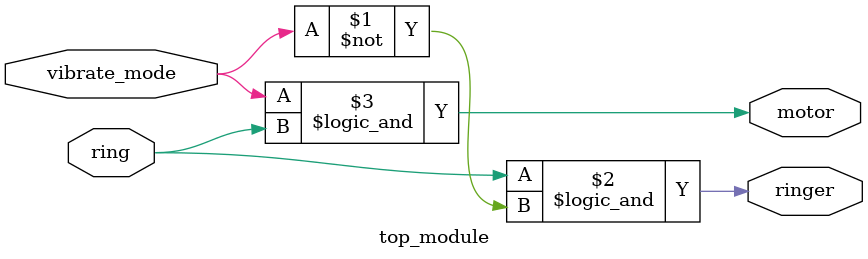
<source format=v>
module top_module (
    input ring,
    input vibrate_mode,
    output ringer,       // Make sound
    output motor         // Vibrate
);
    assign ringer = ring && ~vibrate_mode;
    assign motor = vibrate_mode && ring;

endmodule
</source>
